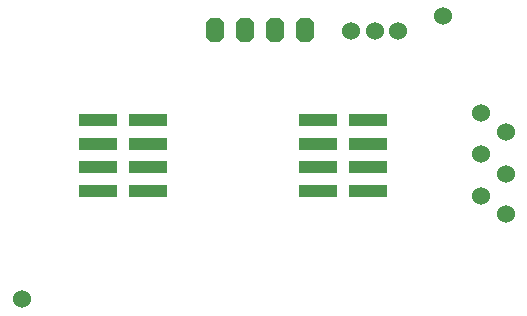
<source format=gbr>
%TF.GenerationSoftware,Altium Limited,Altium Designer,24.4.1 (13)*%
G04 Layer_Color=255*
%FSLAX45Y45*%
%MOMM*%
%TF.SameCoordinates,C660FC9E-4896-4694-9F0D-9EB1E9559909*%
%TF.FilePolarity,Positive*%
%TF.FileFunction,Pads,Bot*%
%TF.Part,Single*%
G01*
G75*
%TA.AperFunction,ViaPad*%
%ADD15C,1.52400*%
%TA.AperFunction,ComponentPad*%
G04:AMPARAMS|DCode=16|XSize=2.032mm|YSize=1.524mm|CornerRadius=0mm|HoleSize=0mm|Usage=FLASHONLY|Rotation=90.000|XOffset=0mm|YOffset=0mm|HoleType=Round|Shape=Octagon|*
%AMOCTAGOND16*
4,1,8,0.38100,1.01600,-0.38100,1.01600,-0.76200,0.63500,-0.76200,-0.63500,-0.38100,-1.01600,0.38100,-1.01600,0.76200,-0.63500,0.76200,0.63500,0.38100,1.01600,0.0*
%
%ADD16OCTAGOND16*%

%TA.AperFunction,SMDPad,CuDef*%
%ADD18R,3.30000X1.02000*%
D15*
X3580000Y2120000D02*
D03*
X3380000D02*
D03*
X3780000D02*
D03*
X4690000Y570000D02*
D03*
X4480000Y730000D02*
D03*
Y1430000D02*
D03*
Y1080000D02*
D03*
X4690000Y910000D02*
D03*
Y1270000D02*
D03*
X590000Y-150000D02*
D03*
X4160000Y2250000D02*
D03*
D16*
X2228000Y2130000D02*
D03*
X2482000D02*
D03*
X2736000D02*
D03*
X2990000D02*
D03*
D18*
X3096500Y770000D02*
D03*
X3523500D02*
D03*
X3096500Y970000D02*
D03*
X3523500D02*
D03*
X3096500Y1170000D02*
D03*
X3523500D02*
D03*
X3096500Y1370000D02*
D03*
X3523500D02*
D03*
X1663500D02*
D03*
X1236500D02*
D03*
X1663500Y1170000D02*
D03*
X1236500D02*
D03*
X1663500Y970000D02*
D03*
X1236500D02*
D03*
X1663500Y770000D02*
D03*
X1236500D02*
D03*
%TF.MD5,1d673e7bd5300764a8f210ca5de3f539*%
M02*

</source>
